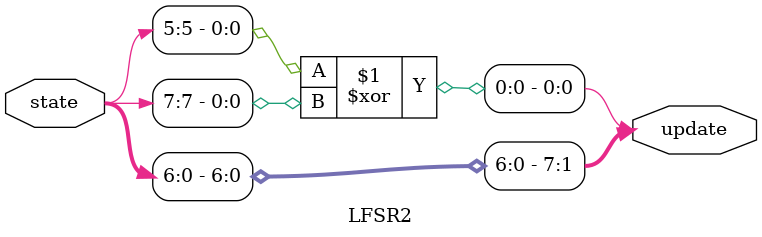
<source format=v>
`timescale 1ns / 1ps
module LFSR2 (
state,
update
);

input [7:0] state;
output [7:0] update;

assign update [0] = state[5] ^ state[7];
assign update[7 : 1] = state[6 : 0];

endmodule

</source>
